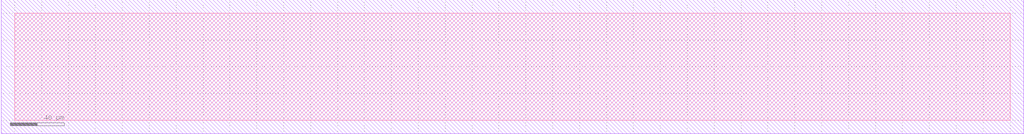
<source format=lef>
VERSION 5.7 ;
  NOWIREEXTENSIONATPIN ON ;
  DIVIDERCHAR "/" ;
  BUSBITCHARS "[]" ;
MACRO logo
  CLASS BLOCK ;
  FOREIGN logo ;
  ORIGIN 0.000 0.000 ;
  SIZE 740.000 BY 80.000 ;
  OBS
      LAYER Metal5 ;
        RECT -10.000 -10.000 750.000 90.000 ;
  END
END logo
END LIBRARY

</source>
